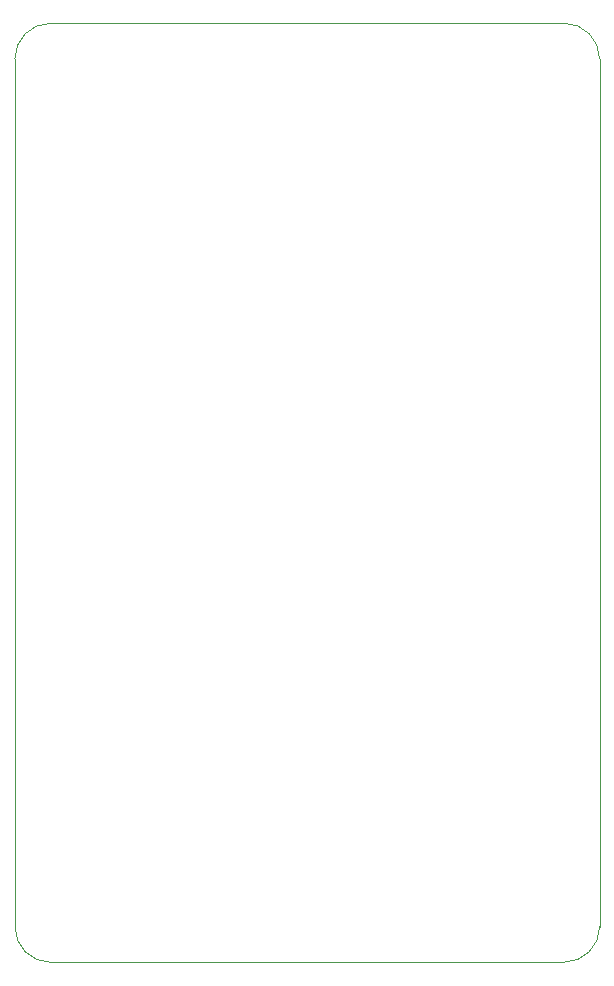
<source format=gbr>
%TF.GenerationSoftware,KiCad,Pcbnew,5.1.8-db9833491~87~ubuntu20.04.1*%
%TF.CreationDate,2020-11-29T21:19:56-07:00*%
%TF.ProjectId,smallcurrent,736d616c-6c63-4757-9272-656e742e6b69,rev?*%
%TF.SameCoordinates,Original*%
%TF.FileFunction,Profile,NP*%
%FSLAX46Y46*%
G04 Gerber Fmt 4.6, Leading zero omitted, Abs format (unit mm)*
G04 Created by KiCad (PCBNEW 5.1.8-db9833491~87~ubuntu20.04.1) date 2020-11-29 21:19:56*
%MOMM*%
%LPD*%
G01*
G04 APERTURE LIST*
%TA.AperFunction,Profile*%
%ADD10C,0.050000*%
%TD*%
G04 APERTURE END LIST*
D10*
X103000000Y-179500000D02*
G75*
G02*
X100000000Y-176500000I0J3000000D01*
G01*
X149500000Y-176500000D02*
G75*
G02*
X146500000Y-179500000I-3000000J0D01*
G01*
X146500000Y-100000000D02*
G75*
G02*
X149500000Y-103000000I0J-3000000D01*
G01*
X100000000Y-103000000D02*
G75*
G02*
X103000000Y-100000000I3000000J0D01*
G01*
X146500000Y-100000000D02*
X103000000Y-100000000D01*
X149500000Y-176500000D02*
X149500000Y-103000000D01*
X103000000Y-179500000D02*
X146500000Y-179500000D01*
X100000000Y-103000000D02*
X100000000Y-176500000D01*
M02*

</source>
